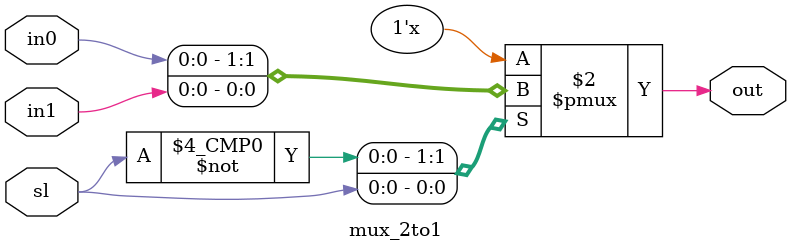
<source format=v>

module mux_2to1 (
                 sl,
                 out,
                 in0,
                 in1
                 );

   //--------------------------------------------------------------------
   // Inputs
   //--------------------------------------------------------------------
   input wire sl;
   input wire in0;
   input wire in1;

   //--------------------------------------------------------------------
   // Outputs
   //--------------------------------------------------------------------
   output reg out;
   
   always @(*)
     begin
        case (sl)
          'b0:
            begin
               out <= in0;
            end
          
          'b1:
            begin
               out <= in1;
            end
          
          default:
            begin
               out <= in0;
            end
        endcase  
     end // always @ (*)
   
endmodule

</source>
